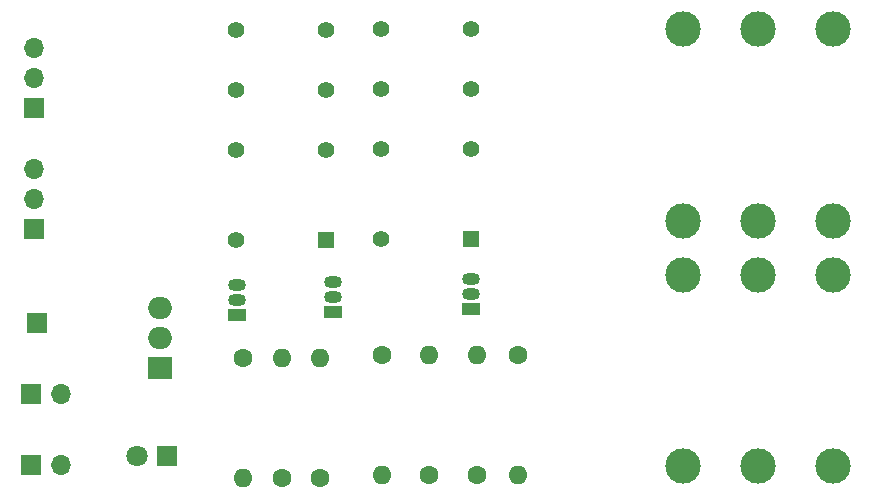
<source format=gbr>
%TF.GenerationSoftware,KiCad,Pcbnew,7.0.9*%
%TF.CreationDate,2023-12-28T11:44:19-05:00*%
%TF.ProjectId,PedalboardMain,50656461-6c62-46f6-9172-644d61696e2e,rev?*%
%TF.SameCoordinates,Original*%
%TF.FileFunction,Soldermask,Top*%
%TF.FilePolarity,Negative*%
%FSLAX46Y46*%
G04 Gerber Fmt 4.6, Leading zero omitted, Abs format (unit mm)*
G04 Created by KiCad (PCBNEW 7.0.9) date 2023-12-28 11:44:19*
%MOMM*%
%LPD*%
G01*
G04 APERTURE LIST*
%ADD10C,3.000000*%
%ADD11C,1.600000*%
%ADD12O,1.600000X1.600000*%
%ADD13R,1.500000X1.050000*%
%ADD14O,1.500000X1.050000*%
%ADD15R,1.800000X1.800000*%
%ADD16C,1.800000*%
%ADD17R,1.700000X1.700000*%
%ADD18O,1.700000X1.700000*%
%ADD19R,1.400000X1.400000*%
%ADD20C,1.400000*%
%ADD21R,2.000000X1.905000*%
%ADD22O,2.000000X1.905000*%
G04 APERTURE END LIST*
D10*
%TO.C,Send1*%
X175825000Y-101135000D03*
X175825000Y-117365000D03*
X182175000Y-101135000D03*
X182175000Y-117365000D03*
X169475000Y-101135000D03*
X169475000Y-117365000D03*
%TD*%
%TO.C,Return1*%
X175825000Y-80385000D03*
X175825000Y-96615000D03*
X182175000Y-80385000D03*
X182175000Y-96615000D03*
X169475000Y-80385000D03*
X169475000Y-96615000D03*
%TD*%
D11*
%TO.C,R7*%
X155520000Y-107920000D03*
D12*
X155520000Y-118080000D03*
%TD*%
D13*
%TO.C,QL1*%
X151500000Y-104040000D03*
D14*
X151500000Y-102770000D03*
X151500000Y-101500000D03*
%TD*%
D11*
%TO.C,R4*%
X135500000Y-118330000D03*
D12*
X135500000Y-108170000D03*
%TD*%
D11*
%TO.C,R5*%
X144000000Y-107920000D03*
D12*
X144000000Y-118080000D03*
%TD*%
D15*
%TO.C,D1*%
X125775000Y-116500000D03*
D16*
X123235000Y-116500000D03*
%TD*%
D13*
%TO.C,QR1*%
X139860000Y-104270000D03*
D14*
X139860000Y-103000000D03*
X139860000Y-101730000D03*
%TD*%
D11*
%TO.C,R3*%
X148000000Y-118080000D03*
D12*
X148000000Y-107920000D03*
%TD*%
D17*
%TO.C,J3*%
X114250000Y-111250000D03*
D18*
X116790000Y-111250000D03*
%TD*%
D13*
%TO.C,QLED1*%
X131750000Y-104520000D03*
D14*
X131750000Y-103250000D03*
X131750000Y-101980000D03*
%TD*%
D19*
%TO.C,Right1*%
X139275000Y-98200000D03*
D20*
X139275000Y-90580000D03*
X139275000Y-85500000D03*
X139275000Y-80420000D03*
X131655000Y-80420000D03*
X131655000Y-85500000D03*
X131655000Y-90580000D03*
X131655000Y-98200000D03*
%TD*%
D11*
%TO.C,R2*%
X138750000Y-118330000D03*
D12*
X138750000Y-108170000D03*
%TD*%
D11*
%TO.C,RLed1*%
X132250000Y-108170000D03*
D12*
X132250000Y-118330000D03*
%TD*%
D19*
%TO.C,Left/Mono1*%
X151512500Y-98107500D03*
D20*
X151512500Y-90487500D03*
X151512500Y-85407500D03*
X151512500Y-80327500D03*
X143892500Y-80327500D03*
X143892500Y-85407500D03*
X143892500Y-90487500D03*
X143892500Y-98107500D03*
%TD*%
D21*
%TO.C,U1*%
X125195000Y-109040000D03*
D22*
X125195000Y-106500000D03*
X125195000Y-103960000D03*
%TD*%
D17*
%TO.C,In1*%
X114500000Y-87000000D03*
D18*
X114500000Y-84460000D03*
X114500000Y-81920000D03*
%TD*%
D17*
%TO.C,J1*%
X114750000Y-105250000D03*
%TD*%
D11*
%TO.C,R6*%
X152020000Y-118080000D03*
D12*
X152020000Y-107920000D03*
%TD*%
D17*
%TO.C,J2*%
X114250000Y-117250000D03*
D18*
X116790000Y-117250000D03*
%TD*%
D17*
%TO.C,Out1*%
X114500000Y-97290000D03*
D18*
X114500000Y-94750000D03*
X114500000Y-92210000D03*
%TD*%
M02*

</source>
